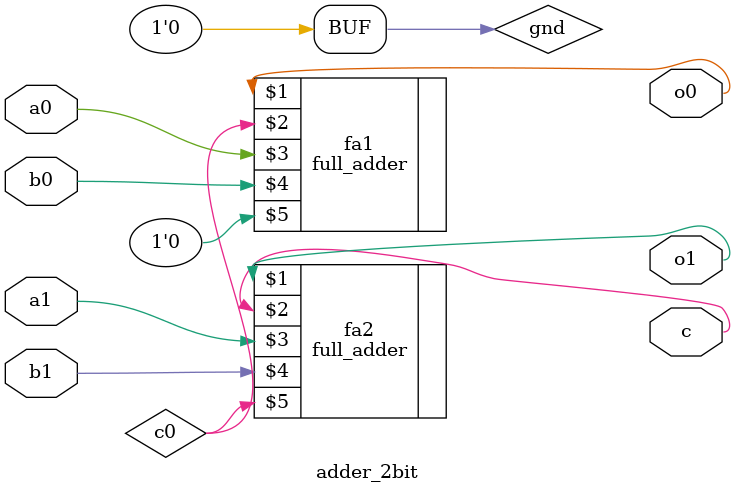
<source format=v>
module adder_2bit(o0, o1, c, a0, a1, b0, b1);
    input a0, a1, b0, b1;
    output o0, o1, c;

    supply0 gnd;
    wire c0;

    full_adder fa1(o0, c0, a0, b0, gnd);
    full_adder fa2(o1, c, a1, b1, c0);
endmodule

</source>
